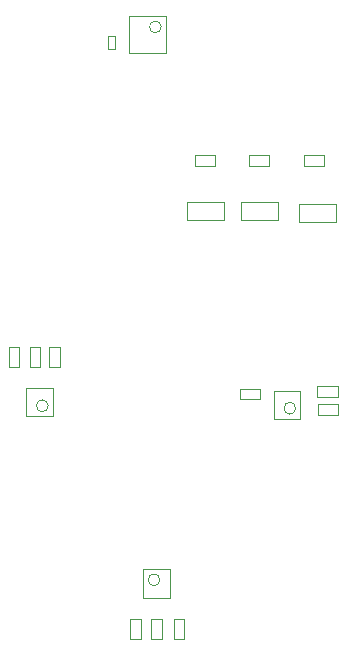
<source format=gbr>
%TF.GenerationSoftware,Altium Limited,Altium Designer,19.1.5 (86)*%
G04 Layer_Color=32768*
%FSLAX26Y26*%
%MOIN*%
%TF.FileFunction,Other,Assembly_Bottom*%
%TF.Part,Single*%
G01*
G75*
%TA.AperFunction,NonConductor*%
%ADD47C,0.003937*%
D47*
X2555276Y2496319D02*
G03*
X2555276Y2496319I-19685J0D01*
G01*
X2178543Y1233189D02*
G03*
X2178543Y1233189I-19685J0D01*
G01*
X2550827Y653032D02*
G03*
X2550827Y653032I-19685J0D01*
G01*
X3003543Y1225106D02*
G03*
X3003543Y1225106I-19685J0D01*
G01*
X2448976Y2409705D02*
X2571024D01*
X2448976Y2531752D02*
X2571024D01*
X2448976Y2409705D02*
Y2531752D01*
X2571024Y2409705D02*
Y2531752D01*
X2047284Y1428976D02*
X2082717D01*
X2047284Y1362047D02*
X2082717D01*
X2047284D02*
Y1428976D01*
X2082717Y1362047D02*
Y1428976D01*
X3097801Y2032283D02*
Y2067716D01*
X3030872Y2032283D02*
Y2067716D01*
X3097801D01*
X3030872Y2032283D02*
X3097801D01*
X2117284Y1428465D02*
X2152717D01*
X2117284Y1361535D02*
X2152717D01*
X2117284D02*
Y1428465D01*
X2152717Y1361535D02*
Y1428465D01*
X2182284D02*
X2217717D01*
X2182284Y1361535D02*
X2217717D01*
X2182284D02*
Y1428465D01*
X2217717Y1361535D02*
Y1428465D01*
X2597283Y456535D02*
X2632716D01*
X2597283Y523465D02*
X2632716D01*
Y456535D02*
Y523465D01*
X2597283Y456535D02*
Y523465D01*
X2913976Y2032283D02*
Y2067716D01*
X2847047Y2032283D02*
Y2067716D01*
X2913976D01*
X2847047Y2032283D02*
X2913976D01*
X2522283Y456535D02*
X2557716D01*
X2522283Y523465D02*
X2557716D01*
Y456535D02*
Y523465D01*
X2522283Y456535D02*
Y523465D01*
X2452283Y456535D02*
X2487716D01*
X2452283Y523465D02*
X2487716D01*
Y456535D02*
Y523465D01*
X2452283Y456535D02*
Y523465D01*
X2736063Y2032283D02*
Y2067716D01*
X2669134Y2032283D02*
Y2067716D01*
X2736063D01*
X2669134Y2032283D02*
X2736063D01*
X2816535Y1255421D02*
Y1290854D01*
X2883465Y1255421D02*
Y1290854D01*
X2816535Y1255421D02*
X2883465D01*
X2816535Y1290854D02*
X2883465D01*
X3142953Y1263504D02*
Y1298937D01*
X3076024Y1263504D02*
Y1298937D01*
X3142953D01*
X3076024Y1263504D02*
X3142953D01*
X3143465Y1202283D02*
Y1237716D01*
X3076535Y1202283D02*
Y1237716D01*
X3143465D01*
X3076535Y1202283D02*
X3143465D01*
X3015390Y1906220D02*
X3138225D01*
X3015390Y1847165D02*
X3138225D01*
X3015390D02*
Y1906220D01*
X3138225Y1847165D02*
Y1906220D01*
X2821181Y1911220D02*
X2944016D01*
X2821181Y1852165D02*
X2944016D01*
X2821181D02*
Y1911220D01*
X2944016Y1852165D02*
Y1911220D01*
X2641181D02*
X2764016D01*
X2641181Y1852165D02*
X2764016D01*
X2641181D02*
Y1911220D01*
X2764016Y1852165D02*
Y1911220D01*
X2105709Y1197756D02*
Y1292244D01*
X2194291Y1197756D02*
Y1292244D01*
X2105709D02*
X2194291D01*
X2105709Y1197756D02*
X2194291D01*
X2584291Y593976D02*
Y688465D01*
X2495709Y593976D02*
Y688465D01*
Y593976D02*
X2584291D01*
X2495709Y688465D02*
X2584291D01*
X2930709Y1189673D02*
Y1284161D01*
X3019291Y1189673D02*
Y1284161D01*
X2930709D02*
X3019291D01*
X2930709Y1189673D02*
X3019291D01*
X2378189Y2423347D02*
X2401811D01*
X2378189Y2466654D02*
X2401811D01*
Y2423347D02*
Y2466654D01*
X2378189Y2423347D02*
Y2466654D01*
%TF.MD5,d1627d7703b4311d37871ac6b0af0728*%
M02*

</source>
